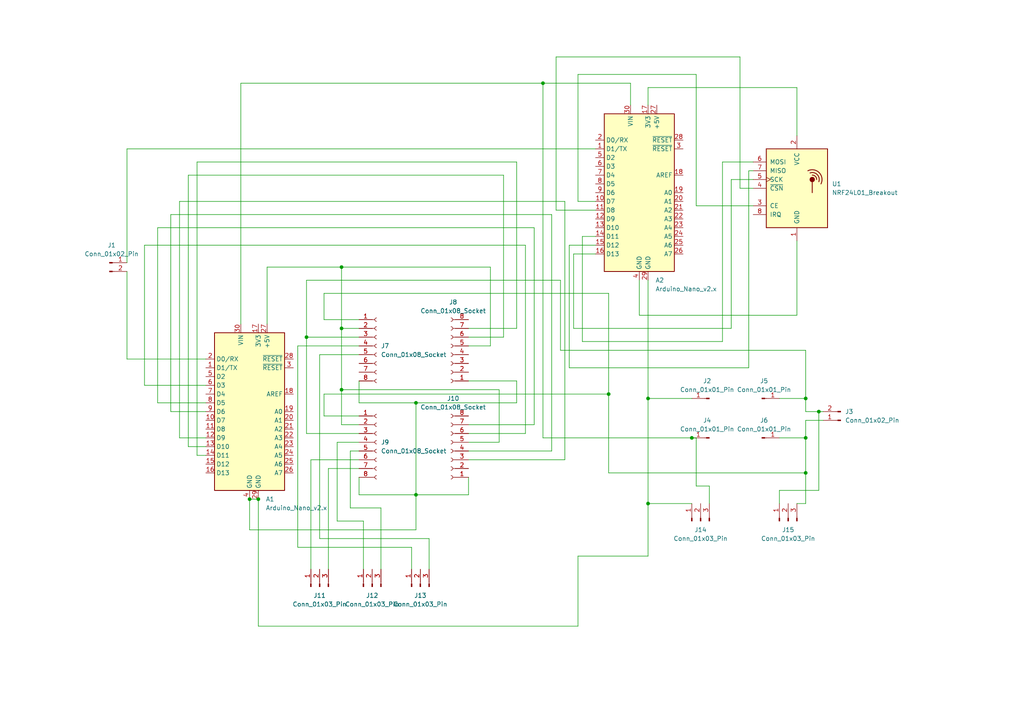
<source format=kicad_sch>
(kicad_sch (version 20250114) (generator "eeschema") (generator_version "9.0")
  (paper "A4")
  (lib_symbols
    (symbol "Connector:Conn_01x01_Pin" (pin_names (offset 1.016) (hide yes))
      (property "Reference" "J" (at 0 2.54 0))
      (property "Value" "Conn_01x01_Pin" (at 0 -2.54 0))
      (symbol "Conn_01x01_Pin_1_1"
        (rectangle (start 0.8636 0.127) (end 0 -0.127) (stroke (width 0.1524)) (fill (type outline)))
        (polyline (pts (xy 1.27 0) (xy 0.8636 0)) (stroke (width 0.1524)))
        (pin passive line (at 5.08 0 180) (length 3.81) (name "Pin_1") (number "1"))
      )
    )
    (symbol "Connector:Conn_01x02_Pin" (pin_names (offset 1.016) (hide yes))
      (property "Reference" "J" (at 0 2.54 0))
      (property "Value" "Conn_01x02_Pin" (at 0 -5.08 0))
      (symbol "Conn_01x02_Pin_1_1"
        (rectangle (start 0.8636 0.127) (end 0 -0.127) (stroke (width 0.1524)) (fill (type outline)))
        (rectangle (start 0.8636 -2.413) (end 0 -2.667) (stroke (width 0.1524)) (fill (type outline)))
        (polyline (pts (xy 1.27 0) (xy 0.8636 0)) (stroke (width 0.1524)))
        (polyline (pts (xy 1.27 -2.54) (xy 0.8636 -2.54)) (stroke (width 0.1524)))
        (pin passive line (at 5.08 0 180) (length 3.81) (name "Pin_1") (number "1"))
        (pin passive line (at 5.08 -2.54 180) (length 3.81) (name "Pin_2") (number "2"))
      )
    )
    (symbol "Connector:Conn_01x03_Pin" (pin_names (offset 1.016) (hide yes))
      (property "Reference" "J" (at 0 5.08 0))
      (property "Value" "Conn_01x03_Pin" (at 0 -5.08 0))
      (symbol "Conn_01x03_Pin_1_1"
        (rectangle (start 0.8636 2.667) (end 0 2.413) (stroke (width 0.1524)) (fill (type outline)))
        (rectangle (start 0.8636 0.127) (end 0 -0.127) (stroke (width 0.1524)) (fill (type outline)))
        (rectangle (start 0.8636 -2.413) (end 0 -2.667) (stroke (width 0.1524)) (fill (type outline)))
        (polyline (pts (xy 1.27 2.54) (xy 0.8636 2.54)) (stroke (width 0.1524)))
        (polyline (pts (xy 1.27 0) (xy 0.8636 0)) (stroke (width 0.1524)))
        (polyline (pts (xy 1.27 -2.54) (xy 0.8636 -2.54)) (stroke (width 0.1524)))
        (pin passive line (at 5.08 2.54 180) (length 3.81) (name "Pin_1") (number "1"))
        (pin passive line (at 5.08 0 180) (length 3.81) (name "Pin_2") (number "2"))
        (pin passive line (at 5.08 -2.54 180) (length 3.81) (name "Pin_3") (number "3"))
      )
    )
    (symbol "Connector:Conn_01x08_Socket" (pin_names (offset 1.016) (hide yes))
      (property "Reference" "J" (at 0 10.16 0))
      (property "Value" "Conn_01x08_Socket" (at 0 -12.7 0))
      (symbol "Conn_01x08_Socket_1_1"
        (polyline (pts (xy -1.27 7.62) (xy -0.508 7.62)) (stroke (width 0.1524)))
        (polyline (pts (xy -1.27 5.08) (xy -0.508 5.08)) (stroke (width 0.1524)))
        (polyline (pts (xy -1.27 2.54) (xy -0.508 2.54)) (stroke (width 0.1524)))
        (polyline (pts (xy -1.27 0) (xy -0.508 0)) (stroke (width 0.1524)))
        (polyline (pts (xy -1.27 -2.54) (xy -0.508 -2.54)) (stroke (width 0.1524)))
        (polyline (pts (xy -1.27 -5.08) (xy -0.508 -5.08)) (stroke (width 0.1524)))
        (polyline (pts (xy -1.27 -7.62) (xy -0.508 -7.62)) (stroke (width 0.1524)))
        (polyline (pts (xy -1.27 -10.16) (xy -0.508 -10.16)) (stroke (width 0.1524)))
        (arc (start 0 7.112) (mid -0.5058 7.62) (end 0 8.128) (stroke (width 0.1524)))
        (arc (start 0 4.572) (mid -0.5058 5.08) (end 0 5.588) (stroke (width 0.1524)))
        (arc (start 0 2.032) (mid -0.5058 2.54) (end 0 3.048) (stroke (width 0.1524)))
        (arc (start 0 -0.508) (mid -0.5058 0) (end 0 0.508) (stroke (width 0.1524)))
        (arc (start 0 -3.048) (mid -0.5058 -2.54) (end 0 -2.032) (stroke (width 0.1524)))
        (arc (start 0 -5.588) (mid -0.5058 -5.08) (end 0 -4.572) (stroke (width 0.1524)))
        (arc (start 0 -8.128) (mid -0.5058 -7.62) (end 0 -7.112) (stroke (width 0.1524)))
        (arc (start 0 -10.668) (mid -0.5058 -10.16) (end 0 -9.652) (stroke (width 0.1524)))
        (pin passive line (at -5.08 7.62 0) (length 3.81) (name "Pin_1") (number "1"))
        (pin passive line (at -5.08 5.08 0) (length 3.81) (name "Pin_2") (number "2"))
        (pin passive line (at -5.08 2.54 0) (length 3.81) (name "Pin_3") (number "3"))
        (pin passive line (at -5.08 0 0) (length 3.81) (name "Pin_4") (number "4"))
        (pin passive line (at -5.08 -2.54 0) (length 3.81) (name "Pin_5") (number "5"))
        (pin passive line (at -5.08 -5.08 0) (length 3.81) (name "Pin_6") (number "6"))
        (pin passive line (at -5.08 -7.62 0) (length 3.81) (name "Pin_7") (number "7"))
        (pin passive line (at -5.08 -10.16 0) (length 3.81) (name "Pin_8") (number "8"))
      )
    )
    (symbol "MCU_Module:Arduino_Nano_v2.x"
      (property "Reference" "A" (at -10.16 23.495 0))
      (property "Value" "Arduino_Nano_v2.x" (at 5.08 -24.13 0))
      (symbol "Arduino_Nano_v2.x_0_1"
        (rectangle (start -10.16 22.86) (end 10.16 -22.86) (stroke (width 0.254)) (fill (type background)))
      )
      (symbol "Arduino_Nano_v2.x_1_1"
        (pin bidirectional line (at -12.7 15.24 0) (length 2.54) (name "D0/RX") (number "2"))
        (pin bidirectional line (at -12.7 12.7 0) (length 2.54) (name "D1/TX") (number "1"))
        (pin bidirectional line (at -12.7 10.16 0) (length 2.54) (name "D2") (number "5"))
        (pin bidirectional line (at -12.7 7.62 0) (length 2.54) (name "D3") (number "6"))
        (pin bidirectional line (at -12.7 5.08 0) (length 2.54) (name "D4") (number "7"))
        (pin bidirectional line (at -12.7 2.54 0) (length 2.54) (name "D5") (number "8"))
        (pin bidirectional line (at -12.7 0 0) (length 2.54) (name "D6") (number "9"))
        (pin bidirectional line (at -12.7 -2.54 0) (length 2.54) (name "D7") (number "10"))
        (pin bidirectional line (at -12.7 -5.08 0) (length 2.54) (name "D8") (number "11"))
        (pin bidirectional line (at -12.7 -7.62 0) (length 2.54) (name "D9") (number "12"))
        (pin bidirectional line (at -12.7 -10.16 0) (length 2.54) (name "D10") (number "13"))
        (pin bidirectional line (at -12.7 -12.7 0) (length 2.54) (name "D11") (number "14"))
        (pin bidirectional line (at -12.7 -15.24 0) (length 2.54) (name "D12") (number "15"))
        (pin bidirectional line (at -12.7 -17.78 0) (length 2.54) (name "D13") (number "16"))
        (pin power_in line (at -2.54 25.4 270) (length 2.54) (name "VIN") (number "30"))
        (pin power_in line (at 0 -25.4 90) (length 2.54) (name "GND") (number "4"))
        (pin power_out line (at 2.54 25.4 270) (length 2.54) (name "3V3") (number "17"))
        (pin power_in line (at 2.54 -25.4 90) (length 2.54) (name "GND") (number "29"))
        (pin power_out line (at 5.08 25.4 270) (length 2.54) (name "+5V") (number "27"))
        (pin input line (at 12.7 15.24 180) (length 2.54) (name "~{RESET}") (number "28"))
        (pin input line (at 12.7 12.7 180) (length 2.54) (name "~{RESET}") (number "3"))
        (pin input line (at 12.7 5.08 180) (length 2.54) (name "AREF") (number "18"))
        (pin bidirectional line (at 12.7 0 180) (length 2.54) (name "A0") (number "19"))
        (pin bidirectional line (at 12.7 -2.54 180) (length 2.54) (name "A1") (number "20"))
        (pin bidirectional line (at 12.7 -5.08 180) (length 2.54) (name "A2") (number "21"))
        (pin bidirectional line (at 12.7 -7.62 180) (length 2.54) (name "A3") (number "22"))
        (pin bidirectional line (at 12.7 -10.16 180) (length 2.54) (name "A4") (number "23"))
        (pin bidirectional line (at 12.7 -12.7 180) (length 2.54) (name "A5") (number "24"))
        (pin bidirectional line (at 12.7 -15.24 180) (length 2.54) (name "A6") (number "25"))
        (pin bidirectional line (at 12.7 -17.78 180) (length 2.54) (name "A7") (number "26"))
      )
    )
    (symbol "RF:NRF24L01_Breakout" (pin_names (offset 1.016))
      (property "Reference" "U" (at -8.89 12.7 0))
      (property "Value" "NRF24L01_Breakout" (at 3.81 12.7 0))
      (symbol "NRF24L01_Breakout_0_1"
        (rectangle (start -8.89 11.43) (end 8.89 -11.43) (stroke (width 0.254)) (fill (type background)))
        (arc (start 3.175 5.08) (mid 6.453 4.548) (end 6.985 1.27) (stroke (width 0.254)))
        (circle (center 4.445 2.54) (radius 0.635) (stroke (width 0.254)) (fill (type outline)))
        (polyline (pts (xy 4.445 1.905) (xy 4.445 -1.27)) (stroke (width 0.254)))
        (arc (start 3.81 4.445) (mid 5.8835 3.9785) (end 6.35 1.905) (stroke (width 0.254)))
        (arc (start 4.445 3.81) (mid 5.3558 3.4508) (end 5.715 2.54) (stroke (width 0.254)))
      )
      (symbol "NRF24L01_Breakout_1_1"
        (pin input line (at -12.7 7.62 0) (length 3.81) (name "MOSI") (number "6"))
        (pin output line (at -12.7 5.08 0) (length 3.81) (name "MISO") (number "7"))
        (pin input clock (at -12.7 2.54 0) (length 3.81) (name "SCK") (number "5"))
        (pin input line (at -12.7 0 0) (length 3.81) (name "~{CSN}") (number "4"))
        (pin input line (at -12.7 -5.08 0) (length 3.81) (name "CE") (number "3"))
        (pin output line (at -12.7 -7.62 0) (length 3.81) (name "IRQ") (number "8"))
        (pin power_in line (at 0 15.24 270) (length 3.81) (name "VCC") (number "2"))
        (pin power_in line (at 0 -15.24 90) (length 3.81) (name "GND") (number "1"))
      )
    )
  )
  (junction (at 72.39 144.78))
  (junction (at 99.06 113.03))
  (junction (at 157.48 24.13))
  (junction (at 200.66 127))
  (junction (at 88.9 97.79))
  (junction (at 233.68 137.16))
  (junction (at 99.06 77.47))
  (junction (at 176.53 114.3))
  (junction (at 120.65 143.51))
  (junction (at 237.49 119.38))
  (junction (at 187.96 146.05))
  (junction (at 187.96 115.57))
  (junction (at 233.68 115.57))
  (junction (at 120.65 116.84))
  (junction (at 99.06 95.25))
  (junction (at 74.93 144.78))
  (junction (at 233.68 127))
  (wire (pts (xy 187.96 115.57) (xy 187.96 146.05)))
  (wire (pts (xy 135.89 110.49) (xy 149.86 110.49)))
  (wire (pts (xy 217.17 49.53) (xy 217.17 106.68)))
  (wire (pts (xy 165.1 71.12) (xy 165.1 106.68)))
  (wire (pts (xy 97.79 151.13) (xy 105.41 151.13)))
  (wire (pts (xy 163.83 133.35) (xy 163.83 58.42)))
  (wire (pts (xy 167.64 58.42) (xy 172.72 58.42)))
  (wire (pts (xy 93.98 114.3) (xy 176.53 114.3)))
  (wire (pts (xy 135.89 123.19) (xy 154.94 123.19)))
  (wire (pts (xy 104.14 110.49) (xy 104.14 116.84)))
  (wire (pts (xy 49.53 119.38) (xy 59.69 119.38)))
  (wire (pts (xy 104.14 116.84) (xy 120.65 116.84)))
  (wire (pts (xy 161.29 60.96) (xy 172.72 60.96)))
  (wire (pts (xy 45.72 66.04) (xy 45.72 116.84)))
  (wire (pts (xy 93.98 85.09) (xy 176.53 85.09)))
  (wire (pts (xy 231.14 91.44) (xy 231.14 69.85)))
  (wire (pts (xy 176.53 137.16) (xy 233.68 137.16)))
  (wire (pts (xy 104.14 123.19) (xy 99.06 123.19)))
  (wire (pts (xy 120.65 153.67) (xy 120.65 143.51)))
  (wire (pts (xy 162.56 101.6) (xy 162.56 81.28)))
  (wire (pts (xy 187.96 161.29) (xy 167.64 161.29)))
  (wire (pts (xy 160.02 62.23) (xy 49.53 62.23)))
  (wire (pts (xy 105.41 151.13) (xy 105.41 165.1)))
  (wire (pts (xy 41.91 111.76) (xy 59.69 111.76)))
  (wire (pts (xy 166.37 73.66) (xy 172.72 73.66)))
  (wire (pts (xy 149.86 116.84) (xy 120.65 116.84)))
  (wire (pts (xy 101.6 130.81) (xy 101.6 147.32)))
  (wire (pts (xy 237.49 142.24) (xy 237.49 119.38)))
  (wire (pts (xy 36.83 78.74) (xy 36.83 104.14)))
  (wire (pts (xy 161.29 16.51) (xy 161.29 60.96)))
  (wire (pts (xy 154.94 123.19) (xy 154.94 66.04)))
  (wire (pts (xy 233.68 121.92) (xy 238.76 121.92)))
  (wire (pts (xy 120.65 116.84) (xy 120.65 143.51)))
  (wire (pts (xy 135.89 143.51) (xy 135.89 138.43)))
  (wire (pts (xy 233.68 115.57) (xy 233.68 119.38)))
  (wire (pts (xy 218.44 49.53) (xy 217.17 49.53)))
  (wire (pts (xy 209.55 46.99) (xy 209.55 99.06)))
  (wire (pts (xy 93.98 92.71) (xy 93.98 85.09)))
  (wire (pts (xy 209.55 99.06) (xy 168.91 99.06)))
  (wire (pts (xy 166.37 95.25) (xy 166.37 73.66)))
  (wire (pts (xy 146.05 50.8) (xy 54.61 50.8)))
  (wire (pts (xy 187.96 115.57) (xy 200.66 115.57)))
  (wire (pts (xy 144.78 128.27) (xy 144.78 113.03)))
  (wire (pts (xy 187.96 146.05) (xy 187.96 161.29)))
  (wire (pts (xy 233.68 137.16) (xy 233.68 127)))
  (wire (pts (xy 146.05 97.79) (xy 146.05 50.8)))
  (wire (pts (xy 149.86 110.49) (xy 149.86 116.84)))
  (wire (pts (xy 187.96 115.57) (xy 187.96 81.28)))
  (wire (pts (xy 233.68 137.16) (xy 233.68 146.05)))
  (wire (pts (xy 233.68 119.38) (xy 237.49 119.38)))
  (wire (pts (xy 226.06 127) (xy 233.68 127)))
  (wire (pts (xy 167.64 161.29) (xy 167.64 181.61)))
  (wire (pts (xy 99.06 77.47) (xy 142.24 77.47)))
  (wire (pts (xy 149.86 95.25) (xy 149.86 46.99)))
  (wire (pts (xy 152.4 71.12) (xy 41.91 71.12)))
  (wire (pts (xy 110.49 147.32) (xy 110.49 165.1)))
  (wire (pts (xy 218.44 54.61) (xy 214.63 54.61)))
  (wire (pts (xy 162.56 81.28) (xy 88.9 81.28)))
  (wire (pts (xy 95.25 135.89) (xy 95.25 165.1)))
  (wire (pts (xy 233.68 115.57) (xy 233.68 101.6)))
  (wire (pts (xy 201.93 140.97) (xy 205.74 140.97)))
  (wire (pts (xy 218.44 52.07) (xy 212.09 52.07)))
  (wire (pts (xy 226.06 115.57) (xy 233.68 115.57)))
  (wire (pts (xy 167.64 21.59) (xy 167.64 58.42)))
  (wire (pts (xy 200.66 127) (xy 157.48 127)))
  (wire (pts (xy 135.89 125.73) (xy 152.4 125.73)))
  (wire (pts (xy 54.61 50.8) (xy 54.61 129.54)))
  (wire (pts (xy 135.89 130.81) (xy 160.02 130.81)))
  (wire (pts (xy 104.14 143.51) (xy 120.65 143.51)))
  (wire (pts (xy 52.07 127) (xy 59.69 127)))
  (wire (pts (xy 45.72 116.84) (xy 59.69 116.84)))
  (wire (pts (xy 135.89 133.35) (xy 163.83 133.35)))
  (wire (pts (xy 233.68 127) (xy 233.68 121.92)))
  (wire (pts (xy 72.39 144.78) (xy 72.39 153.67)))
  (wire (pts (xy 149.86 46.99) (xy 57.15 46.99)))
  (wire (pts (xy 168.91 68.58) (xy 168.91 99.06)))
  (wire (pts (xy 101.6 147.32) (xy 110.49 147.32)))
  (wire (pts (xy 157.48 127) (xy 157.48 24.13)))
  (wire (pts (xy 36.83 104.14) (xy 59.69 104.14)))
  (wire (pts (xy 157.48 24.13) (xy 69.85 24.13)))
  (wire (pts (xy 88.9 97.79) (xy 88.9 125.73)))
  (wire (pts (xy 163.83 58.42) (xy 52.07 58.42)))
  (wire (pts (xy 185.42 91.44) (xy 231.14 91.44)))
  (wire (pts (xy 172.72 43.18) (xy 36.83 43.18)))
  (wire (pts (xy 99.06 95.25) (xy 99.06 77.47)))
  (wire (pts (xy 201.93 127) (xy 201.93 140.97)))
  (wire (pts (xy 185.42 81.28) (xy 185.42 91.44)))
  (wire (pts (xy 77.47 77.47) (xy 77.47 93.98)))
  (wire (pts (xy 135.89 95.25) (xy 149.86 95.25)))
  (wire (pts (xy 200.66 127) (xy 201.93 127)))
  (wire (pts (xy 49.53 62.23) (xy 49.53 119.38)))
  (wire (pts (xy 119.38 158.75) (xy 119.38 165.1)))
  (wire (pts (xy 233.68 146.05) (xy 231.14 146.05)))
  (wire (pts (xy 104.14 102.87) (xy 92.71 102.87)))
  (wire (pts (xy 205.74 140.97) (xy 205.74 146.05)))
  (wire (pts (xy 104.14 92.71) (xy 93.98 92.71)))
  (wire (pts (xy 57.15 132.08) (xy 59.69 132.08)))
  (wire (pts (xy 176.53 85.09) (xy 176.53 114.3)))
  (wire (pts (xy 86.36 100.33) (xy 86.36 158.75)))
  (wire (pts (xy 72.39 144.78) (xy 74.93 144.78)))
  (wire (pts (xy 142.24 100.33) (xy 142.24 77.47)))
  (wire (pts (xy 99.06 95.25) (xy 104.14 95.25)))
  (wire (pts (xy 97.79 128.27) (xy 97.79 151.13)))
  (wire (pts (xy 72.39 153.67) (xy 120.65 153.67)))
  (wire (pts (xy 135.89 100.33) (xy 142.24 100.33)))
  (wire (pts (xy 69.85 24.13) (xy 69.85 93.98)))
  (wire (pts (xy 86.36 158.75) (xy 119.38 158.75)))
  (wire (pts (xy 52.07 58.42) (xy 52.07 127)))
  (wire (pts (xy 218.44 59.69) (xy 201.93 59.69)))
  (wire (pts (xy 167.64 181.61) (xy 74.93 181.61)))
  (wire (pts (xy 201.93 59.69) (xy 201.93 21.59)))
  (wire (pts (xy 157.48 24.13) (xy 182.88 24.13)))
  (wire (pts (xy 104.14 133.35) (xy 90.17 133.35)))
  (wire (pts (xy 92.71 102.87) (xy 92.71 156.21)))
  (wire (pts (xy 231.14 25.4) (xy 187.96 25.4)))
  (wire (pts (xy 152.4 125.73) (xy 152.4 71.12)))
  (wire (pts (xy 104.14 138.43) (xy 104.14 143.51)))
  (wire (pts (xy 214.63 54.61) (xy 214.63 16.51)))
  (wire (pts (xy 104.14 135.89) (xy 95.25 135.89)))
  (wire (pts (xy 104.14 130.81) (xy 101.6 130.81)))
  (wire (pts (xy 231.14 39.37) (xy 231.14 25.4)))
  (wire (pts (xy 226.06 142.24) (xy 226.06 146.05)))
  (wire (pts (xy 88.9 125.73) (xy 104.14 125.73)))
  (wire (pts (xy 99.06 123.19) (xy 99.06 113.03)))
  (wire (pts (xy 154.94 66.04) (xy 45.72 66.04)))
  (wire (pts (xy 57.15 46.99) (xy 57.15 132.08)))
  (wire (pts (xy 104.14 120.65) (xy 93.98 120.65)))
  (wire (pts (xy 93.98 120.65) (xy 93.98 114.3)))
  (wire (pts (xy 217.17 106.68) (xy 165.1 106.68)))
  (wire (pts (xy 74.93 181.61) (xy 74.93 144.78)))
  (wire (pts (xy 88.9 97.79) (xy 104.14 97.79)))
  (wire (pts (xy 36.83 43.18) (xy 36.83 76.2)))
  (wire (pts (xy 212.09 52.07) (xy 212.09 95.25)))
  (wire (pts (xy 176.53 114.3) (xy 176.53 137.16)))
  (wire (pts (xy 144.78 113.03) (xy 99.06 113.03)))
  (wire (pts (xy 54.61 129.54) (xy 59.69 129.54)))
  (wire (pts (xy 90.17 133.35) (xy 90.17 165.1)))
  (wire (pts (xy 160.02 130.81) (xy 160.02 62.23)))
  (wire (pts (xy 41.91 71.12) (xy 41.91 111.76)))
  (wire (pts (xy 88.9 81.28) (xy 88.9 97.79)))
  (wire (pts (xy 187.96 25.4) (xy 187.96 30.48)))
  (wire (pts (xy 120.65 143.51) (xy 135.89 143.51)))
  (wire (pts (xy 218.44 46.99) (xy 209.55 46.99)))
  (wire (pts (xy 99.06 113.03) (xy 99.06 95.25)))
  (wire (pts (xy 124.46 156.21) (xy 124.46 165.1)))
  (wire (pts (xy 237.49 119.38) (xy 238.76 119.38)))
  (wire (pts (xy 135.89 128.27) (xy 144.78 128.27)))
  (wire (pts (xy 187.96 146.05) (xy 200.66 146.05)))
  (wire (pts (xy 104.14 100.33) (xy 86.36 100.33)))
  (wire (pts (xy 77.47 77.47) (xy 99.06 77.47)))
  (wire (pts (xy 226.06 142.24) (xy 237.49 142.24)))
  (wire (pts (xy 214.63 16.51) (xy 161.29 16.51)))
  (wire (pts (xy 168.91 68.58) (xy 172.72 68.58)))
  (wire (pts (xy 233.68 101.6) (xy 162.56 101.6)))
  (wire (pts (xy 212.09 95.25) (xy 166.37 95.25)))
  (wire (pts (xy 104.14 128.27) (xy 97.79 128.27)))
  (wire (pts (xy 201.93 21.59) (xy 167.64 21.59)))
  (wire (pts (xy 182.88 24.13) (xy 182.88 30.48)))
  (wire (pts (xy 135.89 97.79) (xy 146.05 97.79)))
  (wire (pts (xy 165.1 71.12) (xy 172.72 71.12)))
  (wire (pts (xy 92.71 156.21) (xy 124.46 156.21)))
  (symbol (lib_id "Connector:Conn_01x01_Pin") (at 205.74 115.57 180) (unit 1)
    (property "Reference" "J2" (at 205.105 110.49 0))
    (property "Value" "Conn_01x01_Pin" (at 205.105 113.03 0))
    (property "Footprint" "Connector_PinHeader_1.00mm:PinHeader_1x01_P1.00mm_Vertical" (effects (hide yes)))
    (property "Description" "Generic connector, single row, 01x01, script generated" (effects (hide yes)))
  )
  (symbol (lib_id "RF:NRF24L01_Breakout") (at 231.14 54.61 0) (unit 1)
    (property "Reference" "U1" (at 241.3 53.3399 0) (effects (justify left)))
    (property "Value" "NRF24L01_Breakout" (at 241.3 55.8799 0) (effects (justify left)))
    (property "Footprint" "RF_Module:nRF24L01_Breakout" (effects (hide yes)))
    (property "Datasheet" "http://www.nordicsemi.com/eng/content/download/2730/34105/file/nRF24L01_Product_Specification_v2_0.pdf" (effects (hide yes)))
    (property "Description" "Ultra low power 2.4GHz RF Transceiver, Carrier PCB" (effects (hide yes)))
  )
  (symbol (lib_id "MCU_Module:Arduino_Nano_v2.x") (at 72.39 119.38 0) (unit 1)
    (property "Reference" "A1" (at 77.0733 144.78 0) (effects (justify left)))
    (property "Value" "Arduino_Nano_v2.x" (at 77.0733 147.32 0) (effects (justify left)))
    (property "Footprint" "Module:Arduino_Nano" (effects (hide yes)))
    (property "Datasheet" "https://www.arduino.cc/en/uploads/Main/ArduinoNanoManual23.pdf" (effects (hide yes)))
    (property "Description" "Arduino Nano v2.x" (effects (hide yes)))
  )
  (symbol (lib_id "Connector:Conn_01x08_Socket") (at 109.22 100.33 0) (unit 1)
    (property "Reference" "J7" (at 110.49 100.3299 0) (effects (justify left)))
    (property "Value" "Conn_01x08_Socket" (at 110.49 102.8699 0) (effects (justify left)))
    (property "Footprint" "Connector_PinSocket_2.54mm:PinSocket_1x08_P2.54mm_Vertical" (effects (hide yes)))
    (property "Description" "Generic connector, single row, 01x08, script generated" (effects (hide yes)))
  )
  (symbol (lib_id "MCU_Module:Arduino_Nano_v2.x") (at 185.42 55.88 0) (unit 1)
    (property "Reference" "A2" (at 190.1033 81.28 0) (effects (justify left)))
    (property "Value" "Arduino_Nano_v2.x" (at 190.1033 83.82 0) (effects (justify left)))
    (property "Footprint" "Module:Arduino_Nano" (effects (hide yes)))
    (property "Datasheet" "https://www.arduino.cc/en/uploads/Main/ArduinoNanoManual23.pdf" (effects (hide yes)))
    (property "Description" "Arduino Nano v2.x" (effects (hide yes)))
  )
  (symbol (lib_id "Connector:Conn_01x08_Socket") (at 130.81 130.81 180) (unit 1)
    (property "Reference" "J10" (at 131.445 115.57 0))
    (property "Value" "Conn_01x08_Socket" (at 131.445 118.11 0))
    (property "Footprint" "Connector_PinSocket_2.54mm:PinSocket_1x08_P2.54mm_Vertical" (effects (hide yes)))
    (property "Description" "Generic connector, single row, 01x08, script generated" (effects (hide yes)))
  )
  (symbol (lib_id "Connector:Conn_01x01_Pin") (at 220.98 115.57 0) (unit 1)
    (property "Reference" "J5" (at 221.615 110.49 0))
    (property "Value" "Conn_01x01_Pin" (at 221.615 113.03 0))
    (property "Footprint" "Connector_PinHeader_1.00mm:PinHeader_1x01_P1.00mm_Vertical" (effects (hide yes)))
    (property "Description" "Generic connector, single row, 01x01, script generated" (effects (hide yes)))
  )
  (symbol (lib_id "Connector:Conn_01x03_Pin") (at 228.6 151.13 90) (unit 1)
    (property "Reference" "J15" (at 228.6 153.67 90))
    (property "Value" "Conn_01x03_Pin" (at 228.6 156.21 90))
    (property "Footprint" "Connector_PinHeader_2.54mm:PinHeader_1x03_P2.54mm_Vertical" (effects (hide yes)))
    (property "Description" "Generic connector, single row, 01x03, script generated" (effects (hide yes)))
  )
  (symbol (lib_id "Connector:Conn_01x03_Pin") (at 92.71 170.18 90) (unit 1)
    (property "Reference" "J11" (at 92.71 172.72 90))
    (property "Value" "Conn_01x03_Pin" (at 92.71 175.26 90))
    (property "Footprint" "Connector_PinHeader_2.54mm:PinHeader_1x03_P2.54mm_Vertical" (effects (hide yes)))
    (property "Description" "Generic connector, single row, 01x03, script generated" (effects (hide yes)))
  )
  (symbol (lib_id "Connector:Conn_01x01_Pin") (at 205.74 127 180) (unit 1)
    (property "Reference" "J4" (at 205.105 121.92 0))
    (property "Value" "Conn_01x01_Pin" (at 205.105 124.46 0))
    (property "Footprint" "Connector_PinHeader_1.00mm:PinHeader_1x01_P1.00mm_Vertical" (effects (hide yes)))
    (property "Description" "Generic connector, single row, 01x01, script generated" (effects (hide yes)))
  )
  (symbol (lib_id "Connector:Conn_01x02_Pin") (at 243.84 121.92 180) (unit 1)
    (property "Reference" "J3" (at 245.11 119.3799 0) (effects (justify right)))
    (property "Value" "Conn_01x02_Pin" (at 245.11 121.9199 0) (effects (justify right)))
    (property "Footprint" "Connector_AMASS:AMASS_XT60PW-M_1x02_P7.20mm_Horizontal" (effects (hide yes)))
    (property "Description" "Generic connector, single row, 01x02, script generated" (effects (hide yes)))
  )
  (symbol (lib_id "Connector:Conn_01x02_Pin") (at 31.75 76.2 0) (unit 1)
    (property "Reference" "J1" (at 32.385 71.12 0))
    (property "Value" "Conn_01x02_Pin" (at 32.385 73.66 0))
    (property "Footprint" "Connector_PinHeader_2.54mm:PinHeader_1x02_P2.54mm_Vertical" (effects (hide yes)))
    (property "Description" "Generic connector, single row, 01x02, script generated" (effects (hide yes)))
  )
  (symbol (lib_id "Connector:Conn_01x08_Socket") (at 130.81 102.87 180) (unit 1)
    (property "Reference" "J8" (at 131.445 87.63 0))
    (property "Value" "Conn_01x08_Socket" (at 131.445 90.17 0))
    (property "Footprint" "Connector_PinSocket_2.54mm:PinSocket_1x08_P2.54mm_Vertical" (effects (hide yes)))
    (property "Description" "Generic connector, single row, 01x08, script generated" (effects (hide yes)))
  )
  (symbol (lib_id "Connector:Conn_01x03_Pin") (at 203.2 151.13 90) (unit 1)
    (property "Reference" "J14" (at 203.2 153.67 90))
    (property "Value" "Conn_01x03_Pin" (at 203.2 156.21 90))
    (property "Footprint" "Connector_PinHeader_2.54mm:PinHeader_1x03_P2.54mm_Vertical" (effects (hide yes)))
    (property "Description" "Generic connector, single row, 01x03, script generated" (effects (hide yes)))
  )
  (symbol (lib_id "Connector:Conn_01x08_Socket") (at 109.22 128.27 0) (unit 1)
    (property "Reference" "J9" (at 110.49 128.2699 0) (effects (justify left)))
    (property "Value" "Conn_01x08_Socket" (at 110.49 130.8099 0) (effects (justify left)))
    (property "Footprint" "Connector_PinSocket_2.54mm:PinSocket_1x08_P2.54mm_Vertical" (effects (hide yes)))
    (property "Description" "Generic connector, single row, 01x08, script generated" (effects (hide yes)))
  )
  (symbol (lib_id "Connector:Conn_01x01_Pin") (at 220.98 127 0) (unit 1)
    (property "Reference" "J6" (at 221.615 121.92 0))
    (property "Value" "Conn_01x01_Pin" (at 221.615 124.46 0))
    (property "Footprint" "Connector_PinHeader_1.00mm:PinHeader_1x01_P1.00mm_Vertical" (effects (hide yes)))
    (property "Description" "Generic connector, single row, 01x01, script generated" (effects (hide yes)))
  )
  (symbol (lib_id "Connector:Conn_01x03_Pin") (at 107.95 170.18 90) (unit 1)
    (property "Reference" "J12" (at 107.95 172.72 90))
    (property "Value" "Conn_01x03_Pin" (at 107.95 175.26 90))
    (property "Footprint" "Connector_PinHeader_2.54mm:PinHeader_1x03_P2.54mm_Vertical" (effects (hide yes)))
    (property "Description" "Generic connector, single row, 01x03, script generated" (effects (hide yes)))
  )
  (symbol (lib_id "Connector:Conn_01x03_Pin") (at 121.92 170.18 90) (unit 1)
    (property "Reference" "J13" (at 121.92 172.72 90))
    (property "Value" "Conn_01x03_Pin" (at 121.92 175.26 90))
    (property "Footprint" "Connector_PinHeader_2.54mm:PinHeader_1x03_P2.54mm_Vertical" (effects (hide yes)))
    (property "Description" "Generic connector, single row, 01x03, script generated" (effects (hide yes)))
  )
)
</source>
